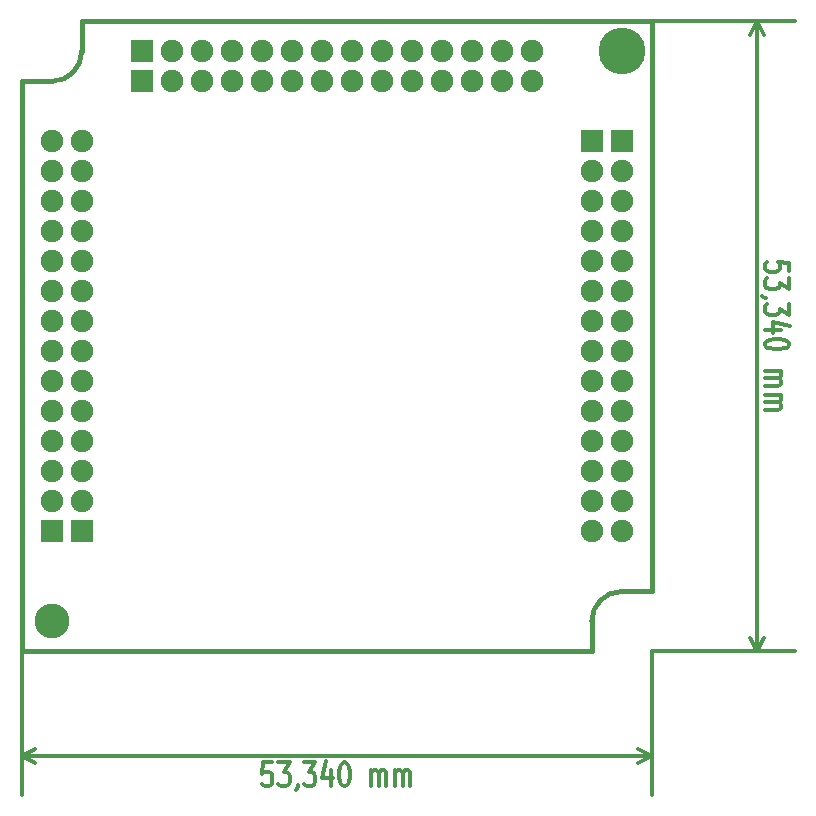
<source format=gbs>
G04 (created by PCBNEW (2013-mar-13)-testing) date Fri 28 Jun 2013 11:02:49 AM CEST*
%MOIN*%
G04 Gerber Fmt 3.4, Leading zero omitted, Abs format*
%FSLAX34Y34*%
G01*
G70*
G90*
G04 APERTURE LIST*
%ADD10C,0.005906*%
%ADD11C,0.015000*%
%ADD12C,0.012000*%
%ADD13C,0.116000*%
%ADD14C,0.156000*%
%ADD15C,0.075100*%
%ADD16R,0.075100X0.075100*%
G04 APERTURE END LIST*
G54D10*
G54D11*
X21000Y-19000D02*
X40000Y-19000D01*
X21000Y-19500D02*
X21000Y-19000D01*
X19000Y-21000D02*
X19500Y-21000D01*
X19000Y-40000D02*
X19000Y-21000D01*
X40000Y-19000D02*
X40000Y-38000D01*
X38000Y-40000D02*
X19000Y-40000D01*
X38000Y-39000D02*
X38000Y-40000D01*
X40000Y-38000D02*
X39000Y-38000D01*
X39000Y-38000D02*
G75*
G03X38000Y-39000I0J-1000D01*
G74*
G01*
X21000Y-19500D02*
X21000Y-20000D01*
X19500Y-21000D02*
X20000Y-21000D01*
X20000Y-21000D02*
G75*
G03X21000Y-20000I0J1000D01*
G74*
G01*
G54D12*
X27328Y-43700D02*
X27042Y-43700D01*
X27014Y-44081D01*
X27042Y-44043D01*
X27099Y-44005D01*
X27242Y-44005D01*
X27299Y-44043D01*
X27328Y-44081D01*
X27357Y-44158D01*
X27357Y-44348D01*
X27328Y-44424D01*
X27299Y-44462D01*
X27242Y-44500D01*
X27099Y-44500D01*
X27042Y-44462D01*
X27014Y-44424D01*
X27557Y-43700D02*
X27928Y-43700D01*
X27728Y-44005D01*
X27814Y-44005D01*
X27871Y-44043D01*
X27899Y-44081D01*
X27928Y-44158D01*
X27928Y-44348D01*
X27899Y-44424D01*
X27871Y-44462D01*
X27814Y-44500D01*
X27642Y-44500D01*
X27585Y-44462D01*
X27557Y-44424D01*
X28214Y-44462D02*
X28214Y-44500D01*
X28185Y-44577D01*
X28157Y-44615D01*
X28414Y-43700D02*
X28785Y-43700D01*
X28585Y-44005D01*
X28671Y-44005D01*
X28728Y-44043D01*
X28757Y-44081D01*
X28785Y-44158D01*
X28785Y-44348D01*
X28757Y-44424D01*
X28728Y-44462D01*
X28671Y-44500D01*
X28500Y-44500D01*
X28442Y-44462D01*
X28414Y-44424D01*
X29300Y-43967D02*
X29300Y-44500D01*
X29157Y-43662D02*
X29014Y-44234D01*
X29385Y-44234D01*
X29728Y-43700D02*
X29785Y-43700D01*
X29842Y-43739D01*
X29871Y-43777D01*
X29900Y-43853D01*
X29928Y-44005D01*
X29928Y-44196D01*
X29900Y-44348D01*
X29871Y-44424D01*
X29842Y-44462D01*
X29785Y-44500D01*
X29728Y-44500D01*
X29671Y-44462D01*
X29642Y-44424D01*
X29614Y-44348D01*
X29585Y-44196D01*
X29585Y-44005D01*
X29614Y-43853D01*
X29642Y-43777D01*
X29671Y-43739D01*
X29728Y-43700D01*
X30642Y-44500D02*
X30642Y-43967D01*
X30642Y-44043D02*
X30671Y-44005D01*
X30728Y-43967D01*
X30814Y-43967D01*
X30871Y-44005D01*
X30900Y-44081D01*
X30900Y-44500D01*
X30900Y-44081D02*
X30928Y-44005D01*
X30985Y-43967D01*
X31071Y-43967D01*
X31128Y-44005D01*
X31157Y-44081D01*
X31157Y-44500D01*
X31442Y-44500D02*
X31442Y-43967D01*
X31442Y-44043D02*
X31471Y-44005D01*
X31528Y-43967D01*
X31614Y-43967D01*
X31671Y-44005D01*
X31700Y-44081D01*
X31700Y-44500D01*
X31700Y-44081D02*
X31728Y-44005D01*
X31785Y-43967D01*
X31871Y-43967D01*
X31928Y-44005D01*
X31957Y-44081D01*
X31957Y-44500D01*
X19000Y-43499D02*
X40000Y-43499D01*
X19000Y-40000D02*
X19000Y-44779D01*
X40000Y-40000D02*
X40000Y-44779D01*
X40000Y-43499D02*
X39557Y-43729D01*
X40000Y-43499D02*
X39557Y-43269D01*
X19000Y-43499D02*
X19443Y-43729D01*
X19000Y-43499D02*
X19443Y-43269D01*
X44577Y-27328D02*
X44577Y-27042D01*
X44196Y-27014D01*
X44234Y-27042D01*
X44272Y-27099D01*
X44272Y-27242D01*
X44234Y-27299D01*
X44196Y-27328D01*
X44119Y-27357D01*
X43929Y-27357D01*
X43853Y-27328D01*
X43815Y-27299D01*
X43777Y-27242D01*
X43777Y-27099D01*
X43815Y-27042D01*
X43853Y-27014D01*
X44577Y-27557D02*
X44577Y-27928D01*
X44272Y-27728D01*
X44272Y-27814D01*
X44234Y-27871D01*
X44196Y-27899D01*
X44119Y-27928D01*
X43929Y-27928D01*
X43853Y-27899D01*
X43815Y-27871D01*
X43777Y-27814D01*
X43777Y-27642D01*
X43815Y-27585D01*
X43853Y-27557D01*
X43815Y-28214D02*
X43777Y-28214D01*
X43700Y-28185D01*
X43662Y-28157D01*
X44577Y-28414D02*
X44577Y-28785D01*
X44272Y-28585D01*
X44272Y-28671D01*
X44234Y-28728D01*
X44196Y-28757D01*
X44119Y-28785D01*
X43929Y-28785D01*
X43853Y-28757D01*
X43815Y-28728D01*
X43777Y-28671D01*
X43777Y-28500D01*
X43815Y-28442D01*
X43853Y-28414D01*
X44310Y-29300D02*
X43777Y-29300D01*
X44615Y-29157D02*
X44043Y-29014D01*
X44043Y-29385D01*
X44577Y-29728D02*
X44577Y-29785D01*
X44539Y-29842D01*
X44500Y-29871D01*
X44424Y-29900D01*
X44272Y-29928D01*
X44081Y-29928D01*
X43929Y-29900D01*
X43853Y-29871D01*
X43815Y-29842D01*
X43777Y-29785D01*
X43777Y-29728D01*
X43815Y-29671D01*
X43853Y-29642D01*
X43929Y-29614D01*
X44081Y-29585D01*
X44272Y-29585D01*
X44424Y-29614D01*
X44500Y-29642D01*
X44539Y-29671D01*
X44577Y-29728D01*
X43777Y-30642D02*
X44310Y-30642D01*
X44234Y-30642D02*
X44272Y-30671D01*
X44310Y-30728D01*
X44310Y-30814D01*
X44272Y-30871D01*
X44196Y-30900D01*
X43777Y-30900D01*
X44196Y-30900D02*
X44272Y-30928D01*
X44310Y-30985D01*
X44310Y-31071D01*
X44272Y-31128D01*
X44196Y-31157D01*
X43777Y-31157D01*
X43777Y-31442D02*
X44310Y-31442D01*
X44234Y-31442D02*
X44272Y-31471D01*
X44310Y-31528D01*
X44310Y-31614D01*
X44272Y-31671D01*
X44196Y-31700D01*
X43777Y-31700D01*
X44196Y-31700D02*
X44272Y-31728D01*
X44310Y-31785D01*
X44310Y-31871D01*
X44272Y-31928D01*
X44196Y-31957D01*
X43777Y-31957D01*
X43499Y-19000D02*
X43499Y-40000D01*
X40000Y-19000D02*
X44779Y-19000D01*
X40000Y-40000D02*
X44779Y-40000D01*
X43499Y-40000D02*
X43269Y-39557D01*
X43499Y-40000D02*
X43729Y-39557D01*
X43499Y-19000D02*
X43269Y-19443D01*
X43499Y-19000D02*
X43729Y-19443D01*
G54D13*
X20000Y-39000D03*
G54D14*
X39000Y-20000D03*
G54D15*
X36000Y-21000D03*
X35000Y-21000D03*
X34000Y-21000D03*
X33000Y-21000D03*
X32000Y-21000D03*
X31000Y-21000D03*
X30000Y-21000D03*
X29000Y-21000D03*
X28000Y-21000D03*
X27000Y-21000D03*
X26000Y-21000D03*
X25000Y-21000D03*
X24000Y-21000D03*
G54D16*
X23000Y-21000D03*
X23000Y-20000D03*
G54D15*
X24000Y-20000D03*
X25000Y-20000D03*
X26000Y-20000D03*
X27000Y-20000D03*
X28000Y-20000D03*
X29000Y-20000D03*
X30000Y-20000D03*
X31000Y-20000D03*
X32000Y-20000D03*
X33000Y-20000D03*
X34000Y-20000D03*
X35000Y-20000D03*
X36000Y-20000D03*
X21000Y-23000D03*
X21000Y-24000D03*
X21000Y-25000D03*
X21000Y-26000D03*
X21000Y-27000D03*
X21000Y-28000D03*
X21000Y-29000D03*
X21000Y-30000D03*
X21000Y-31000D03*
X21000Y-32000D03*
X21000Y-33000D03*
X21000Y-34000D03*
X21000Y-35000D03*
G54D16*
X21000Y-36000D03*
X20000Y-36000D03*
G54D15*
X20000Y-35000D03*
X20000Y-34000D03*
X20000Y-33000D03*
X20000Y-32000D03*
X20000Y-31000D03*
X20000Y-30000D03*
X20000Y-29000D03*
X20000Y-28000D03*
X20000Y-27000D03*
X20000Y-26000D03*
X20000Y-25000D03*
X20000Y-24000D03*
X20000Y-23000D03*
X38000Y-36000D03*
X38000Y-35000D03*
X38000Y-34000D03*
X38000Y-33000D03*
X38000Y-32000D03*
X38000Y-31000D03*
X38000Y-30000D03*
X38000Y-29000D03*
X38000Y-28000D03*
X38000Y-27000D03*
X38000Y-26000D03*
X38000Y-25000D03*
X38000Y-24000D03*
G54D16*
X38000Y-23000D03*
X39000Y-23000D03*
G54D15*
X39000Y-24000D03*
X39000Y-25000D03*
X39000Y-26000D03*
X39000Y-27000D03*
X39000Y-28000D03*
X39000Y-29000D03*
X39000Y-30000D03*
X39000Y-31000D03*
X39000Y-32000D03*
X39000Y-33000D03*
X39000Y-34000D03*
X39000Y-35000D03*
X39000Y-36000D03*
M02*

</source>
